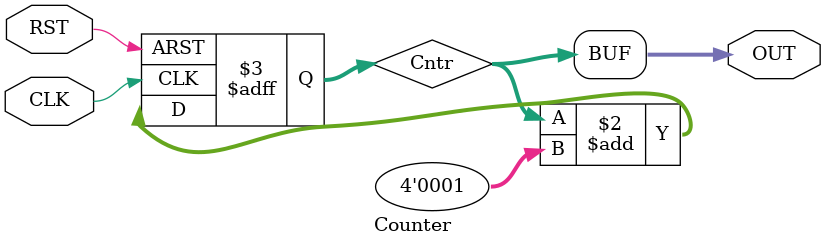
<source format=v>
`timescale 1ns / 1ps
module Counter(CLK,OUT,RST);
	input CLK,RST;
	output wire[3:0] OUT;
	reg [3:0] Cntr;
	always @(posedge CLK or posedge RST)
		begin
			if(RST)
				begin			
				Cntr<=4'b0;
				end
			else
				begin		
				Cntr<= OUT+4'b0001;
				end
		end
	assign OUT=Cntr;
endmodule
</source>
